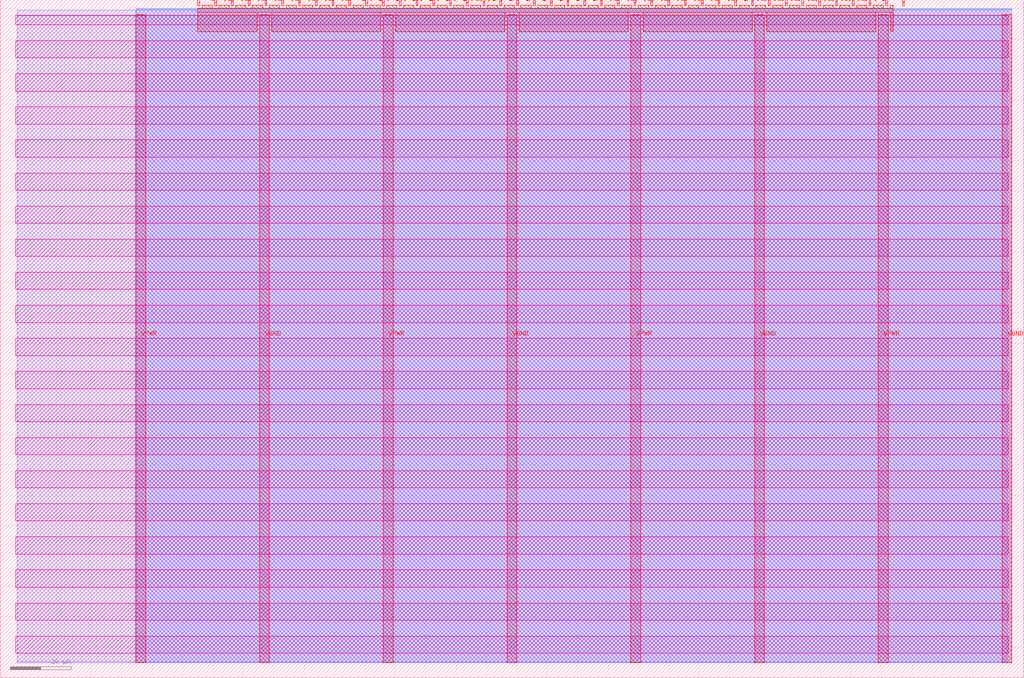
<source format=lef>
VERSION 5.7 ;
  NOWIREEXTENSIONATPIN ON ;
  DIVIDERCHAR "/" ;
  BUSBITCHARS "[]" ;
MACRO tt_um_wokwi_380409236812508161
  CLASS BLOCK ;
  FOREIGN tt_um_wokwi_380409236812508161 ;
  ORIGIN 0.000 0.000 ;
  SIZE 168.360 BY 111.520 ;
  PIN VGND
    DIRECTION INOUT ;
    USE GROUND ;
    PORT
      LAYER met4 ;
        RECT 42.670 2.480 44.270 109.040 ;
    END
    PORT
      LAYER met4 ;
        RECT 83.380 2.480 84.980 109.040 ;
    END
    PORT
      LAYER met4 ;
        RECT 124.090 2.480 125.690 109.040 ;
    END
    PORT
      LAYER met4 ;
        RECT 164.800 2.480 166.400 109.040 ;
    END
  END VGND
  PIN VPWR
    DIRECTION INOUT ;
    USE POWER ;
    PORT
      LAYER met4 ;
        RECT 22.315 2.480 23.915 109.040 ;
    END
    PORT
      LAYER met4 ;
        RECT 63.025 2.480 64.625 109.040 ;
    END
    PORT
      LAYER met4 ;
        RECT 103.735 2.480 105.335 109.040 ;
    END
    PORT
      LAYER met4 ;
        RECT 144.445 2.480 146.045 109.040 ;
    END
  END VPWR
  PIN clk
    DIRECTION INPUT ;
    USE SIGNAL ;
    ANTENNAGATEAREA 0.159000 ;
    PORT
      LAYER met4 ;
        RECT 145.670 110.520 145.970 111.520 ;
    END
  END clk
  PIN ena
    DIRECTION INPUT ;
    USE SIGNAL ;
    PORT
      LAYER met4 ;
        RECT 148.430 110.520 148.730 111.520 ;
    END
  END ena
  PIN rst_n
    DIRECTION INPUT ;
    USE SIGNAL ;
    ANTENNAGATEAREA 0.196500 ;
    PORT
      LAYER met4 ;
        RECT 142.910 110.520 143.210 111.520 ;
    END
  END rst_n
  PIN ui_in[0]
    DIRECTION INPUT ;
    USE SIGNAL ;
    PORT
      LAYER met4 ;
        RECT 140.150 110.520 140.450 111.520 ;
    END
  END ui_in[0]
  PIN ui_in[1]
    DIRECTION INPUT ;
    USE SIGNAL ;
    ANTENNAGATEAREA 0.196500 ;
    PORT
      LAYER met4 ;
        RECT 137.390 110.520 137.690 111.520 ;
    END
  END ui_in[1]
  PIN ui_in[2]
    DIRECTION INPUT ;
    USE SIGNAL ;
    ANTENNAGATEAREA 0.196500 ;
    PORT
      LAYER met4 ;
        RECT 134.630 110.520 134.930 111.520 ;
    END
  END ui_in[2]
  PIN ui_in[3]
    DIRECTION INPUT ;
    USE SIGNAL ;
    ANTENNAGATEAREA 0.196500 ;
    PORT
      LAYER met4 ;
        RECT 131.870 110.520 132.170 111.520 ;
    END
  END ui_in[3]
  PIN ui_in[4]
    DIRECTION INPUT ;
    USE SIGNAL ;
    ANTENNAGATEAREA 0.196500 ;
    PORT
      LAYER met4 ;
        RECT 129.110 110.520 129.410 111.520 ;
    END
  END ui_in[4]
  PIN ui_in[5]
    DIRECTION INPUT ;
    USE SIGNAL ;
    ANTENNAGATEAREA 0.196500 ;
    PORT
      LAYER met4 ;
        RECT 126.350 110.520 126.650 111.520 ;
    END
  END ui_in[5]
  PIN ui_in[6]
    DIRECTION INPUT ;
    USE SIGNAL ;
    ANTENNAGATEAREA 0.196500 ;
    PORT
      LAYER met4 ;
        RECT 123.590 110.520 123.890 111.520 ;
    END
  END ui_in[6]
  PIN ui_in[7]
    DIRECTION INPUT ;
    USE SIGNAL ;
    ANTENNAGATEAREA 0.196500 ;
    PORT
      LAYER met4 ;
        RECT 120.830 110.520 121.130 111.520 ;
    END
  END ui_in[7]
  PIN uio_in[0]
    DIRECTION INPUT ;
    USE SIGNAL ;
    PORT
      LAYER met4 ;
        RECT 118.070 110.520 118.370 111.520 ;
    END
  END uio_in[0]
  PIN uio_in[1]
    DIRECTION INPUT ;
    USE SIGNAL ;
    PORT
      LAYER met4 ;
        RECT 115.310 110.520 115.610 111.520 ;
    END
  END uio_in[1]
  PIN uio_in[2]
    DIRECTION INPUT ;
    USE SIGNAL ;
    PORT
      LAYER met4 ;
        RECT 112.550 110.520 112.850 111.520 ;
    END
  END uio_in[2]
  PIN uio_in[3]
    DIRECTION INPUT ;
    USE SIGNAL ;
    PORT
      LAYER met4 ;
        RECT 109.790 110.520 110.090 111.520 ;
    END
  END uio_in[3]
  PIN uio_in[4]
    DIRECTION INPUT ;
    USE SIGNAL ;
    PORT
      LAYER met4 ;
        RECT 107.030 110.520 107.330 111.520 ;
    END
  END uio_in[4]
  PIN uio_in[5]
    DIRECTION INPUT ;
    USE SIGNAL ;
    PORT
      LAYER met4 ;
        RECT 104.270 110.520 104.570 111.520 ;
    END
  END uio_in[5]
  PIN uio_in[6]
    DIRECTION INPUT ;
    USE SIGNAL ;
    PORT
      LAYER met4 ;
        RECT 101.510 110.520 101.810 111.520 ;
    END
  END uio_in[6]
  PIN uio_in[7]
    DIRECTION INPUT ;
    USE SIGNAL ;
    PORT
      LAYER met4 ;
        RECT 98.750 110.520 99.050 111.520 ;
    END
  END uio_in[7]
  PIN uio_oe[0]
    DIRECTION OUTPUT TRISTATE ;
    USE SIGNAL ;
    PORT
      LAYER met4 ;
        RECT 51.830 110.520 52.130 111.520 ;
    END
  END uio_oe[0]
  PIN uio_oe[1]
    DIRECTION OUTPUT TRISTATE ;
    USE SIGNAL ;
    PORT
      LAYER met4 ;
        RECT 49.070 110.520 49.370 111.520 ;
    END
  END uio_oe[1]
  PIN uio_oe[2]
    DIRECTION OUTPUT TRISTATE ;
    USE SIGNAL ;
    PORT
      LAYER met4 ;
        RECT 46.310 110.520 46.610 111.520 ;
    END
  END uio_oe[2]
  PIN uio_oe[3]
    DIRECTION OUTPUT TRISTATE ;
    USE SIGNAL ;
    PORT
      LAYER met4 ;
        RECT 43.550 110.520 43.850 111.520 ;
    END
  END uio_oe[3]
  PIN uio_oe[4]
    DIRECTION OUTPUT TRISTATE ;
    USE SIGNAL ;
    PORT
      LAYER met4 ;
        RECT 40.790 110.520 41.090 111.520 ;
    END
  END uio_oe[4]
  PIN uio_oe[5]
    DIRECTION OUTPUT TRISTATE ;
    USE SIGNAL ;
    PORT
      LAYER met4 ;
        RECT 38.030 110.520 38.330 111.520 ;
    END
  END uio_oe[5]
  PIN uio_oe[6]
    DIRECTION OUTPUT TRISTATE ;
    USE SIGNAL ;
    PORT
      LAYER met4 ;
        RECT 35.270 110.520 35.570 111.520 ;
    END
  END uio_oe[6]
  PIN uio_oe[7]
    DIRECTION OUTPUT TRISTATE ;
    USE SIGNAL ;
    PORT
      LAYER met4 ;
        RECT 32.510 110.520 32.810 111.520 ;
    END
  END uio_oe[7]
  PIN uio_out[0]
    DIRECTION OUTPUT TRISTATE ;
    USE SIGNAL ;
    PORT
      LAYER met4 ;
        RECT 73.910 110.520 74.210 111.520 ;
    END
  END uio_out[0]
  PIN uio_out[1]
    DIRECTION OUTPUT TRISTATE ;
    USE SIGNAL ;
    PORT
      LAYER met4 ;
        RECT 71.150 110.520 71.450 111.520 ;
    END
  END uio_out[1]
  PIN uio_out[2]
    DIRECTION OUTPUT TRISTATE ;
    USE SIGNAL ;
    PORT
      LAYER met4 ;
        RECT 68.390 110.520 68.690 111.520 ;
    END
  END uio_out[2]
  PIN uio_out[3]
    DIRECTION OUTPUT TRISTATE ;
    USE SIGNAL ;
    PORT
      LAYER met4 ;
        RECT 65.630 110.520 65.930 111.520 ;
    END
  END uio_out[3]
  PIN uio_out[4]
    DIRECTION OUTPUT TRISTATE ;
    USE SIGNAL ;
    PORT
      LAYER met4 ;
        RECT 62.870 110.520 63.170 111.520 ;
    END
  END uio_out[4]
  PIN uio_out[5]
    DIRECTION OUTPUT TRISTATE ;
    USE SIGNAL ;
    PORT
      LAYER met4 ;
        RECT 60.110 110.520 60.410 111.520 ;
    END
  END uio_out[5]
  PIN uio_out[6]
    DIRECTION OUTPUT TRISTATE ;
    USE SIGNAL ;
    PORT
      LAYER met4 ;
        RECT 57.350 110.520 57.650 111.520 ;
    END
  END uio_out[6]
  PIN uio_out[7]
    DIRECTION OUTPUT TRISTATE ;
    USE SIGNAL ;
    PORT
      LAYER met4 ;
        RECT 54.590 110.520 54.890 111.520 ;
    END
  END uio_out[7]
  PIN uo_out[0]
    DIRECTION OUTPUT TRISTATE ;
    USE SIGNAL ;
    ANTENNADIFFAREA 0.795200 ;
    PORT
      LAYER met4 ;
        RECT 95.990 110.520 96.290 111.520 ;
    END
  END uo_out[0]
  PIN uo_out[1]
    DIRECTION OUTPUT TRISTATE ;
    USE SIGNAL ;
    ANTENNADIFFAREA 0.445500 ;
    PORT
      LAYER met4 ;
        RECT 93.230 110.520 93.530 111.520 ;
    END
  END uo_out[1]
  PIN uo_out[2]
    DIRECTION OUTPUT TRISTATE ;
    USE SIGNAL ;
    ANTENNADIFFAREA 0.445500 ;
    PORT
      LAYER met4 ;
        RECT 90.470 110.520 90.770 111.520 ;
    END
  END uo_out[2]
  PIN uo_out[3]
    DIRECTION OUTPUT TRISTATE ;
    USE SIGNAL ;
    ANTENNADIFFAREA 0.445500 ;
    PORT
      LAYER met4 ;
        RECT 87.710 110.520 88.010 111.520 ;
    END
  END uo_out[3]
  PIN uo_out[4]
    DIRECTION OUTPUT TRISTATE ;
    USE SIGNAL ;
    ANTENNADIFFAREA 0.445500 ;
    PORT
      LAYER met4 ;
        RECT 84.950 110.520 85.250 111.520 ;
    END
  END uo_out[4]
  PIN uo_out[5]
    DIRECTION OUTPUT TRISTATE ;
    USE SIGNAL ;
    ANTENNADIFFAREA 0.795200 ;
    PORT
      LAYER met4 ;
        RECT 82.190 110.520 82.490 111.520 ;
    END
  END uo_out[5]
  PIN uo_out[6]
    DIRECTION OUTPUT TRISTATE ;
    USE SIGNAL ;
    ANTENNADIFFAREA 0.445500 ;
    PORT
      LAYER met4 ;
        RECT 79.430 110.520 79.730 111.520 ;
    END
  END uo_out[6]
  PIN uo_out[7]
    DIRECTION OUTPUT TRISTATE ;
    USE SIGNAL ;
    ANTENNADIFFAREA 0.445500 ;
    PORT
      LAYER met4 ;
        RECT 76.670 110.520 76.970 111.520 ;
    END
  END uo_out[7]
  OBS
      LAYER nwell ;
        RECT 2.570 107.385 165.790 108.990 ;
        RECT 2.570 101.945 165.790 104.775 ;
        RECT 2.570 96.505 165.790 99.335 ;
        RECT 2.570 91.065 165.790 93.895 ;
        RECT 2.570 85.625 165.790 88.455 ;
        RECT 2.570 80.185 165.790 83.015 ;
        RECT 2.570 74.745 165.790 77.575 ;
        RECT 2.570 69.305 165.790 72.135 ;
        RECT 2.570 63.865 165.790 66.695 ;
        RECT 2.570 58.425 165.790 61.255 ;
        RECT 2.570 52.985 165.790 55.815 ;
        RECT 2.570 47.545 165.790 50.375 ;
        RECT 2.570 42.105 165.790 44.935 ;
        RECT 2.570 36.665 165.790 39.495 ;
        RECT 2.570 31.225 165.790 34.055 ;
        RECT 2.570 25.785 165.790 28.615 ;
        RECT 2.570 20.345 165.790 23.175 ;
        RECT 2.570 14.905 165.790 17.735 ;
        RECT 2.570 9.465 165.790 12.295 ;
        RECT 2.570 4.025 165.790 6.855 ;
      LAYER li1 ;
        RECT 2.760 2.635 165.600 108.885 ;
      LAYER met1 ;
        RECT 2.760 2.480 166.400 109.780 ;
      LAYER met2 ;
        RECT 22.345 2.535 166.370 110.005 ;
      LAYER met3 ;
        RECT 22.325 2.555 166.390 109.985 ;
      LAYER met4 ;
        RECT 33.210 110.120 34.870 110.650 ;
        RECT 35.970 110.120 37.630 110.650 ;
        RECT 38.730 110.120 40.390 110.650 ;
        RECT 41.490 110.120 43.150 110.650 ;
        RECT 44.250 110.120 45.910 110.650 ;
        RECT 47.010 110.120 48.670 110.650 ;
        RECT 49.770 110.120 51.430 110.650 ;
        RECT 52.530 110.120 54.190 110.650 ;
        RECT 55.290 110.120 56.950 110.650 ;
        RECT 58.050 110.120 59.710 110.650 ;
        RECT 60.810 110.120 62.470 110.650 ;
        RECT 63.570 110.120 65.230 110.650 ;
        RECT 66.330 110.120 67.990 110.650 ;
        RECT 69.090 110.120 70.750 110.650 ;
        RECT 71.850 110.120 73.510 110.650 ;
        RECT 74.610 110.120 76.270 110.650 ;
        RECT 77.370 110.120 79.030 110.650 ;
        RECT 80.130 110.120 81.790 110.650 ;
        RECT 82.890 110.120 84.550 110.650 ;
        RECT 85.650 110.120 87.310 110.650 ;
        RECT 88.410 110.120 90.070 110.650 ;
        RECT 91.170 110.120 92.830 110.650 ;
        RECT 93.930 110.120 95.590 110.650 ;
        RECT 96.690 110.120 98.350 110.650 ;
        RECT 99.450 110.120 101.110 110.650 ;
        RECT 102.210 110.120 103.870 110.650 ;
        RECT 104.970 110.120 106.630 110.650 ;
        RECT 107.730 110.120 109.390 110.650 ;
        RECT 110.490 110.120 112.150 110.650 ;
        RECT 113.250 110.120 114.910 110.650 ;
        RECT 116.010 110.120 117.670 110.650 ;
        RECT 118.770 110.120 120.430 110.650 ;
        RECT 121.530 110.120 123.190 110.650 ;
        RECT 124.290 110.120 125.950 110.650 ;
        RECT 127.050 110.120 128.710 110.650 ;
        RECT 129.810 110.120 131.470 110.650 ;
        RECT 132.570 110.120 134.230 110.650 ;
        RECT 135.330 110.120 136.990 110.650 ;
        RECT 138.090 110.120 139.750 110.650 ;
        RECT 140.850 110.120 142.510 110.650 ;
        RECT 143.610 110.120 145.270 110.650 ;
        RECT 146.370 110.120 146.905 110.650 ;
        RECT 32.495 109.440 146.905 110.120 ;
        RECT 32.495 106.255 42.270 109.440 ;
        RECT 44.670 106.255 62.625 109.440 ;
        RECT 65.025 106.255 82.980 109.440 ;
        RECT 85.380 106.255 103.335 109.440 ;
        RECT 105.735 106.255 123.690 109.440 ;
        RECT 126.090 106.255 144.045 109.440 ;
        RECT 146.445 106.255 146.905 109.440 ;
  END
END tt_um_wokwi_380409236812508161
END LIBRARY


</source>
